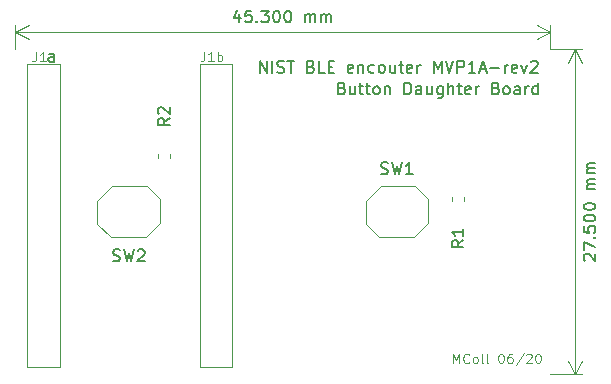
<source format=gbr>
G04 #@! TF.GenerationSoftware,KiCad,Pcbnew,(5.1.5)-3*
G04 #@! TF.CreationDate,2020-06-09T10:15:53-04:00*
G04 #@! TF.ProjectId,ble_mvp_1A-rev2-ButtonDaughter,626c655f-6d76-4705-9f31-412d72657632,rev?*
G04 #@! TF.SameCoordinates,Original*
G04 #@! TF.FileFunction,Legend,Top*
G04 #@! TF.FilePolarity,Positive*
%FSLAX46Y46*%
G04 Gerber Fmt 4.6, Leading zero omitted, Abs format (unit mm)*
G04 Created by KiCad (PCBNEW (5.1.5)-3) date 2020-06-09 10:15:53*
%MOMM*%
%LPD*%
G04 APERTURE LIST*
%ADD10C,0.150000*%
%ADD11C,0.120000*%
G04 APERTURE END LIST*
D10*
X152356036Y-79786171D02*
X152498893Y-79833790D01*
X152546512Y-79881409D01*
X152594131Y-79976647D01*
X152594131Y-80119504D01*
X152546512Y-80214742D01*
X152498893Y-80262361D01*
X152403655Y-80309980D01*
X152022702Y-80309980D01*
X152022702Y-79309980D01*
X152356036Y-79309980D01*
X152451274Y-79357600D01*
X152498893Y-79405219D01*
X152546512Y-79500457D01*
X152546512Y-79595695D01*
X152498893Y-79690933D01*
X152451274Y-79738552D01*
X152356036Y-79786171D01*
X152022702Y-79786171D01*
X153451274Y-79643314D02*
X153451274Y-80309980D01*
X153022702Y-79643314D02*
X153022702Y-80167123D01*
X153070321Y-80262361D01*
X153165560Y-80309980D01*
X153308417Y-80309980D01*
X153403655Y-80262361D01*
X153451274Y-80214742D01*
X153784607Y-79643314D02*
X154165560Y-79643314D01*
X153927464Y-79309980D02*
X153927464Y-80167123D01*
X153975083Y-80262361D01*
X154070321Y-80309980D01*
X154165560Y-80309980D01*
X154356036Y-79643314D02*
X154736988Y-79643314D01*
X154498893Y-79309980D02*
X154498893Y-80167123D01*
X154546512Y-80262361D01*
X154641750Y-80309980D01*
X154736988Y-80309980D01*
X155213179Y-80309980D02*
X155117940Y-80262361D01*
X155070321Y-80214742D01*
X155022702Y-80119504D01*
X155022702Y-79833790D01*
X155070321Y-79738552D01*
X155117940Y-79690933D01*
X155213179Y-79643314D01*
X155356036Y-79643314D01*
X155451274Y-79690933D01*
X155498893Y-79738552D01*
X155546512Y-79833790D01*
X155546512Y-80119504D01*
X155498893Y-80214742D01*
X155451274Y-80262361D01*
X155356036Y-80309980D01*
X155213179Y-80309980D01*
X155975083Y-79643314D02*
X155975083Y-80309980D01*
X155975083Y-79738552D02*
X156022702Y-79690933D01*
X156117940Y-79643314D01*
X156260798Y-79643314D01*
X156356036Y-79690933D01*
X156403655Y-79786171D01*
X156403655Y-80309980D01*
X157641750Y-80309980D02*
X157641750Y-79309980D01*
X157879845Y-79309980D01*
X158022702Y-79357600D01*
X158117940Y-79452838D01*
X158165560Y-79548076D01*
X158213179Y-79738552D01*
X158213179Y-79881409D01*
X158165560Y-80071885D01*
X158117940Y-80167123D01*
X158022702Y-80262361D01*
X157879845Y-80309980D01*
X157641750Y-80309980D01*
X159070321Y-80309980D02*
X159070321Y-79786171D01*
X159022702Y-79690933D01*
X158927464Y-79643314D01*
X158736988Y-79643314D01*
X158641750Y-79690933D01*
X159070321Y-80262361D02*
X158975083Y-80309980D01*
X158736988Y-80309980D01*
X158641750Y-80262361D01*
X158594131Y-80167123D01*
X158594131Y-80071885D01*
X158641750Y-79976647D01*
X158736988Y-79929028D01*
X158975083Y-79929028D01*
X159070321Y-79881409D01*
X159975083Y-79643314D02*
X159975083Y-80309980D01*
X159546512Y-79643314D02*
X159546512Y-80167123D01*
X159594131Y-80262361D01*
X159689369Y-80309980D01*
X159832226Y-80309980D01*
X159927464Y-80262361D01*
X159975083Y-80214742D01*
X160879845Y-79643314D02*
X160879845Y-80452838D01*
X160832226Y-80548076D01*
X160784607Y-80595695D01*
X160689369Y-80643314D01*
X160546512Y-80643314D01*
X160451274Y-80595695D01*
X160879845Y-80262361D02*
X160784607Y-80309980D01*
X160594131Y-80309980D01*
X160498893Y-80262361D01*
X160451274Y-80214742D01*
X160403655Y-80119504D01*
X160403655Y-79833790D01*
X160451274Y-79738552D01*
X160498893Y-79690933D01*
X160594131Y-79643314D01*
X160784607Y-79643314D01*
X160879845Y-79690933D01*
X161356036Y-80309980D02*
X161356036Y-79309980D01*
X161784607Y-80309980D02*
X161784607Y-79786171D01*
X161736988Y-79690933D01*
X161641750Y-79643314D01*
X161498893Y-79643314D01*
X161403655Y-79690933D01*
X161356036Y-79738552D01*
X162117940Y-79643314D02*
X162498893Y-79643314D01*
X162260798Y-79309980D02*
X162260798Y-80167123D01*
X162308417Y-80262361D01*
X162403655Y-80309980D01*
X162498893Y-80309980D01*
X163213179Y-80262361D02*
X163117940Y-80309980D01*
X162927464Y-80309980D01*
X162832226Y-80262361D01*
X162784607Y-80167123D01*
X162784607Y-79786171D01*
X162832226Y-79690933D01*
X162927464Y-79643314D01*
X163117940Y-79643314D01*
X163213179Y-79690933D01*
X163260798Y-79786171D01*
X163260798Y-79881409D01*
X162784607Y-79976647D01*
X163689369Y-80309980D02*
X163689369Y-79643314D01*
X163689369Y-79833790D02*
X163736988Y-79738552D01*
X163784607Y-79690933D01*
X163879845Y-79643314D01*
X163975083Y-79643314D01*
X165403655Y-79786171D02*
X165546512Y-79833790D01*
X165594131Y-79881409D01*
X165641750Y-79976647D01*
X165641750Y-80119504D01*
X165594131Y-80214742D01*
X165546512Y-80262361D01*
X165451274Y-80309980D01*
X165070321Y-80309980D01*
X165070321Y-79309980D01*
X165403655Y-79309980D01*
X165498893Y-79357600D01*
X165546512Y-79405219D01*
X165594131Y-79500457D01*
X165594131Y-79595695D01*
X165546512Y-79690933D01*
X165498893Y-79738552D01*
X165403655Y-79786171D01*
X165070321Y-79786171D01*
X166213179Y-80309980D02*
X166117940Y-80262361D01*
X166070321Y-80214742D01*
X166022702Y-80119504D01*
X166022702Y-79833790D01*
X166070321Y-79738552D01*
X166117940Y-79690933D01*
X166213179Y-79643314D01*
X166356036Y-79643314D01*
X166451274Y-79690933D01*
X166498893Y-79738552D01*
X166546512Y-79833790D01*
X166546512Y-80119504D01*
X166498893Y-80214742D01*
X166451274Y-80262361D01*
X166356036Y-80309980D01*
X166213179Y-80309980D01*
X167403655Y-80309980D02*
X167403655Y-79786171D01*
X167356036Y-79690933D01*
X167260798Y-79643314D01*
X167070321Y-79643314D01*
X166975083Y-79690933D01*
X167403655Y-80262361D02*
X167308417Y-80309980D01*
X167070321Y-80309980D01*
X166975083Y-80262361D01*
X166927464Y-80167123D01*
X166927464Y-80071885D01*
X166975083Y-79976647D01*
X167070321Y-79929028D01*
X167308417Y-79929028D01*
X167403655Y-79881409D01*
X167879845Y-80309980D02*
X167879845Y-79643314D01*
X167879845Y-79833790D02*
X167927464Y-79738552D01*
X167975083Y-79690933D01*
X168070321Y-79643314D01*
X168165560Y-79643314D01*
X168927464Y-80309980D02*
X168927464Y-79309980D01*
X168927464Y-80262361D02*
X168832226Y-80309980D01*
X168641750Y-80309980D01*
X168546512Y-80262361D01*
X168498893Y-80214742D01*
X168451274Y-80119504D01*
X168451274Y-79833790D01*
X168498893Y-79738552D01*
X168546512Y-79690933D01*
X168641750Y-79643314D01*
X168832226Y-79643314D01*
X168927464Y-79690933D01*
X172907699Y-94392857D02*
X172860080Y-94345238D01*
X172812460Y-94250000D01*
X172812460Y-94011904D01*
X172860080Y-93916666D01*
X172907699Y-93869047D01*
X173002937Y-93821428D01*
X173098175Y-93821428D01*
X173241032Y-93869047D01*
X173812460Y-94440476D01*
X173812460Y-93821428D01*
X172812460Y-93488095D02*
X172812460Y-92821428D01*
X173812460Y-93250000D01*
X173717222Y-92440476D02*
X173764841Y-92392857D01*
X173812460Y-92440476D01*
X173764841Y-92488095D01*
X173717222Y-92440476D01*
X173812460Y-92440476D01*
X172812460Y-91488095D02*
X172812460Y-91964285D01*
X173288651Y-92011904D01*
X173241032Y-91964285D01*
X173193413Y-91869047D01*
X173193413Y-91630952D01*
X173241032Y-91535714D01*
X173288651Y-91488095D01*
X173383889Y-91440476D01*
X173621984Y-91440476D01*
X173717222Y-91488095D01*
X173764841Y-91535714D01*
X173812460Y-91630952D01*
X173812460Y-91869047D01*
X173764841Y-91964285D01*
X173717222Y-92011904D01*
X172812460Y-90821428D02*
X172812460Y-90726190D01*
X172860080Y-90630952D01*
X172907699Y-90583333D01*
X173002937Y-90535714D01*
X173193413Y-90488095D01*
X173431508Y-90488095D01*
X173621984Y-90535714D01*
X173717222Y-90583333D01*
X173764841Y-90630952D01*
X173812460Y-90726190D01*
X173812460Y-90821428D01*
X173764841Y-90916666D01*
X173717222Y-90964285D01*
X173621984Y-91011904D01*
X173431508Y-91059523D01*
X173193413Y-91059523D01*
X173002937Y-91011904D01*
X172907699Y-90964285D01*
X172860080Y-90916666D01*
X172812460Y-90821428D01*
X172812460Y-89869047D02*
X172812460Y-89773809D01*
X172860080Y-89678571D01*
X172907699Y-89630952D01*
X173002937Y-89583333D01*
X173193413Y-89535714D01*
X173431508Y-89535714D01*
X173621984Y-89583333D01*
X173717222Y-89630952D01*
X173764841Y-89678571D01*
X173812460Y-89773809D01*
X173812460Y-89869047D01*
X173764841Y-89964285D01*
X173717222Y-90011904D01*
X173621984Y-90059523D01*
X173431508Y-90107142D01*
X173193413Y-90107142D01*
X173002937Y-90059523D01*
X172907699Y-90011904D01*
X172860080Y-89964285D01*
X172812460Y-89869047D01*
X173812460Y-88345238D02*
X173145794Y-88345238D01*
X173241032Y-88345238D02*
X173193413Y-88297619D01*
X173145794Y-88202380D01*
X173145794Y-88059523D01*
X173193413Y-87964285D01*
X173288651Y-87916666D01*
X173812460Y-87916666D01*
X173288651Y-87916666D02*
X173193413Y-87869047D01*
X173145794Y-87773809D01*
X173145794Y-87630952D01*
X173193413Y-87535714D01*
X173288651Y-87488095D01*
X173812460Y-87488095D01*
X173812460Y-87011904D02*
X173145794Y-87011904D01*
X173241032Y-87011904D02*
X173193413Y-86964285D01*
X173145794Y-86869047D01*
X173145794Y-86726190D01*
X173193413Y-86630952D01*
X173288651Y-86583333D01*
X173812460Y-86583333D01*
X173288651Y-86583333D02*
X173193413Y-86535714D01*
X173145794Y-86440476D01*
X173145794Y-86297619D01*
X173193413Y-86202380D01*
X173288651Y-86154761D01*
X173812460Y-86154761D01*
D11*
X172090080Y-104000000D02*
X172090080Y-76500000D01*
X170000000Y-104000000D02*
X172676501Y-104000000D01*
X170000000Y-76500000D02*
X172676501Y-76500000D01*
X172090080Y-76500000D02*
X172676501Y-77626504D01*
X172090080Y-76500000D02*
X171503659Y-77626504D01*
X172090080Y-104000000D02*
X172676501Y-102873496D01*
X172090080Y-104000000D02*
X171503659Y-102873496D01*
D10*
X143683333Y-73547315D02*
X143683333Y-74213981D01*
X143445238Y-73166362D02*
X143207142Y-73880648D01*
X143826190Y-73880648D01*
X144683333Y-73213981D02*
X144207142Y-73213981D01*
X144159523Y-73690172D01*
X144207142Y-73642553D01*
X144302380Y-73594934D01*
X144540476Y-73594934D01*
X144635714Y-73642553D01*
X144683333Y-73690172D01*
X144730952Y-73785410D01*
X144730952Y-74023505D01*
X144683333Y-74118743D01*
X144635714Y-74166362D01*
X144540476Y-74213981D01*
X144302380Y-74213981D01*
X144207142Y-74166362D01*
X144159523Y-74118743D01*
X145159523Y-74118743D02*
X145207142Y-74166362D01*
X145159523Y-74213981D01*
X145111904Y-74166362D01*
X145159523Y-74118743D01*
X145159523Y-74213981D01*
X145540476Y-73213981D02*
X146159523Y-73213981D01*
X145826190Y-73594934D01*
X145969047Y-73594934D01*
X146064285Y-73642553D01*
X146111904Y-73690172D01*
X146159523Y-73785410D01*
X146159523Y-74023505D01*
X146111904Y-74118743D01*
X146064285Y-74166362D01*
X145969047Y-74213981D01*
X145683333Y-74213981D01*
X145588095Y-74166362D01*
X145540476Y-74118743D01*
X146778571Y-73213981D02*
X146873809Y-73213981D01*
X146969047Y-73261601D01*
X147016666Y-73309220D01*
X147064285Y-73404458D01*
X147111904Y-73594934D01*
X147111904Y-73833029D01*
X147064285Y-74023505D01*
X147016666Y-74118743D01*
X146969047Y-74166362D01*
X146873809Y-74213981D01*
X146778571Y-74213981D01*
X146683333Y-74166362D01*
X146635714Y-74118743D01*
X146588095Y-74023505D01*
X146540476Y-73833029D01*
X146540476Y-73594934D01*
X146588095Y-73404458D01*
X146635714Y-73309220D01*
X146683333Y-73261601D01*
X146778571Y-73213981D01*
X147730952Y-73213981D02*
X147826190Y-73213981D01*
X147921428Y-73261601D01*
X147969047Y-73309220D01*
X148016666Y-73404458D01*
X148064285Y-73594934D01*
X148064285Y-73833029D01*
X148016666Y-74023505D01*
X147969047Y-74118743D01*
X147921428Y-74166362D01*
X147826190Y-74213981D01*
X147730952Y-74213981D01*
X147635714Y-74166362D01*
X147588095Y-74118743D01*
X147540476Y-74023505D01*
X147492857Y-73833029D01*
X147492857Y-73594934D01*
X147540476Y-73404458D01*
X147588095Y-73309220D01*
X147635714Y-73261601D01*
X147730952Y-73213981D01*
X149254761Y-74213981D02*
X149254761Y-73547315D01*
X149254761Y-73642553D02*
X149302380Y-73594934D01*
X149397619Y-73547315D01*
X149540476Y-73547315D01*
X149635714Y-73594934D01*
X149683333Y-73690172D01*
X149683333Y-74213981D01*
X149683333Y-73690172D02*
X149730952Y-73594934D01*
X149826190Y-73547315D01*
X149969047Y-73547315D01*
X150064285Y-73594934D01*
X150111904Y-73690172D01*
X150111904Y-74213981D01*
X150588095Y-74213981D02*
X150588095Y-73547315D01*
X150588095Y-73642553D02*
X150635714Y-73594934D01*
X150730952Y-73547315D01*
X150873809Y-73547315D01*
X150969047Y-73594934D01*
X151016666Y-73690172D01*
X151016666Y-74213981D01*
X151016666Y-73690172D02*
X151064285Y-73594934D01*
X151159523Y-73547315D01*
X151302380Y-73547315D01*
X151397619Y-73594934D01*
X151445238Y-73690172D01*
X151445238Y-74213981D01*
D11*
X170000000Y-75031601D02*
X124700000Y-75031601D01*
X170000000Y-76500000D02*
X170000000Y-74445180D01*
X124700000Y-76500000D02*
X124700000Y-74445180D01*
X124700000Y-75031601D02*
X125826504Y-74445180D01*
X124700000Y-75031601D02*
X125826504Y-75618022D01*
X170000000Y-75031601D02*
X168873496Y-74445180D01*
X170000000Y-75031601D02*
X168873496Y-75618022D01*
X140709728Y-76701704D02*
X140709728Y-77273133D01*
X140671633Y-77387419D01*
X140595442Y-77463609D01*
X140481157Y-77501704D01*
X140404966Y-77501704D01*
X141509728Y-77501704D02*
X141052585Y-77501704D01*
X141281157Y-77501704D02*
X141281157Y-76701704D01*
X141204966Y-76815990D01*
X141128776Y-76892180D01*
X141052585Y-76930276D01*
X141852585Y-77501704D02*
X141852585Y-76701704D01*
X141852585Y-77006466D02*
X141928776Y-76968371D01*
X142081157Y-76968371D01*
X142157347Y-77006466D01*
X142195442Y-77044561D01*
X142233538Y-77120752D01*
X142233538Y-77349323D01*
X142195442Y-77425514D01*
X142157347Y-77463609D01*
X142081157Y-77501704D01*
X141928776Y-77501704D01*
X141852585Y-77463609D01*
D10*
X127961045Y-77536300D02*
X127961045Y-77012491D01*
X127913426Y-76917253D01*
X127818188Y-76869634D01*
X127627712Y-76869634D01*
X127532474Y-76917253D01*
X127961045Y-77488681D02*
X127865807Y-77536300D01*
X127627712Y-77536300D01*
X127532474Y-77488681D01*
X127484855Y-77393443D01*
X127484855Y-77298205D01*
X127532474Y-77202967D01*
X127627712Y-77155348D01*
X127865807Y-77155348D01*
X127961045Y-77107729D01*
D11*
X161760361Y-103069344D02*
X161760361Y-102269344D01*
X162027028Y-102840773D01*
X162293695Y-102269344D01*
X162293695Y-103069344D01*
X163131790Y-102993154D02*
X163093695Y-103031249D01*
X162979409Y-103069344D01*
X162903219Y-103069344D01*
X162788933Y-103031249D01*
X162712742Y-102955059D01*
X162674647Y-102878868D01*
X162636552Y-102726487D01*
X162636552Y-102612201D01*
X162674647Y-102459820D01*
X162712742Y-102383630D01*
X162788933Y-102307440D01*
X162903219Y-102269344D01*
X162979409Y-102269344D01*
X163093695Y-102307440D01*
X163131790Y-102345535D01*
X163588933Y-103069344D02*
X163512742Y-103031249D01*
X163474647Y-102993154D01*
X163436552Y-102916963D01*
X163436552Y-102688392D01*
X163474647Y-102612201D01*
X163512742Y-102574106D01*
X163588933Y-102536011D01*
X163703219Y-102536011D01*
X163779409Y-102574106D01*
X163817504Y-102612201D01*
X163855600Y-102688392D01*
X163855600Y-102916963D01*
X163817504Y-102993154D01*
X163779409Y-103031249D01*
X163703219Y-103069344D01*
X163588933Y-103069344D01*
X164312742Y-103069344D02*
X164236552Y-103031249D01*
X164198457Y-102955059D01*
X164198457Y-102269344D01*
X164731790Y-103069344D02*
X164655600Y-103031249D01*
X164617504Y-102955059D01*
X164617504Y-102269344D01*
X165798457Y-102269344D02*
X165874647Y-102269344D01*
X165950838Y-102307440D01*
X165988933Y-102345535D01*
X166027028Y-102421725D01*
X166065123Y-102574106D01*
X166065123Y-102764582D01*
X166027028Y-102916963D01*
X165988933Y-102993154D01*
X165950838Y-103031249D01*
X165874647Y-103069344D01*
X165798457Y-103069344D01*
X165722266Y-103031249D01*
X165684171Y-102993154D01*
X165646076Y-102916963D01*
X165607980Y-102764582D01*
X165607980Y-102574106D01*
X165646076Y-102421725D01*
X165684171Y-102345535D01*
X165722266Y-102307440D01*
X165798457Y-102269344D01*
X166750838Y-102269344D02*
X166598457Y-102269344D01*
X166522266Y-102307440D01*
X166484171Y-102345535D01*
X166407980Y-102459820D01*
X166369885Y-102612201D01*
X166369885Y-102916963D01*
X166407980Y-102993154D01*
X166446076Y-103031249D01*
X166522266Y-103069344D01*
X166674647Y-103069344D01*
X166750838Y-103031249D01*
X166788933Y-102993154D01*
X166827028Y-102916963D01*
X166827028Y-102726487D01*
X166788933Y-102650297D01*
X166750838Y-102612201D01*
X166674647Y-102574106D01*
X166522266Y-102574106D01*
X166446076Y-102612201D01*
X166407980Y-102650297D01*
X166369885Y-102726487D01*
X167741314Y-102231249D02*
X167055600Y-103259820D01*
X167969885Y-102345535D02*
X168007980Y-102307440D01*
X168084171Y-102269344D01*
X168274647Y-102269344D01*
X168350838Y-102307440D01*
X168388933Y-102345535D01*
X168427028Y-102421725D01*
X168427028Y-102497916D01*
X168388933Y-102612201D01*
X167931790Y-103069344D01*
X168427028Y-103069344D01*
X168922266Y-102269344D02*
X168998457Y-102269344D01*
X169074647Y-102307440D01*
X169112742Y-102345535D01*
X169150838Y-102421725D01*
X169188933Y-102574106D01*
X169188933Y-102764582D01*
X169150838Y-102916963D01*
X169112742Y-102993154D01*
X169074647Y-103031249D01*
X168998457Y-103069344D01*
X168922266Y-103069344D01*
X168846076Y-103031249D01*
X168807980Y-102993154D01*
X168769885Y-102916963D01*
X168731790Y-102764582D01*
X168731790Y-102574106D01*
X168769885Y-102421725D01*
X168807980Y-102345535D01*
X168846076Y-102307440D01*
X168922266Y-102269344D01*
D10*
X145413174Y-78481180D02*
X145413174Y-77481180D01*
X145984602Y-78481180D01*
X145984602Y-77481180D01*
X146460793Y-78481180D02*
X146460793Y-77481180D01*
X146889364Y-78433561D02*
X147032221Y-78481180D01*
X147270317Y-78481180D01*
X147365555Y-78433561D01*
X147413174Y-78385942D01*
X147460793Y-78290704D01*
X147460793Y-78195466D01*
X147413174Y-78100228D01*
X147365555Y-78052609D01*
X147270317Y-78004990D01*
X147079840Y-77957371D01*
X146984602Y-77909752D01*
X146936983Y-77862133D01*
X146889364Y-77766895D01*
X146889364Y-77671657D01*
X146936983Y-77576419D01*
X146984602Y-77528800D01*
X147079840Y-77481180D01*
X147317936Y-77481180D01*
X147460793Y-77528800D01*
X147746507Y-77481180D02*
X148317936Y-77481180D01*
X148032221Y-78481180D02*
X148032221Y-77481180D01*
X149746507Y-77957371D02*
X149889364Y-78004990D01*
X149936983Y-78052609D01*
X149984602Y-78147847D01*
X149984602Y-78290704D01*
X149936983Y-78385942D01*
X149889364Y-78433561D01*
X149794126Y-78481180D01*
X149413174Y-78481180D01*
X149413174Y-77481180D01*
X149746507Y-77481180D01*
X149841745Y-77528800D01*
X149889364Y-77576419D01*
X149936983Y-77671657D01*
X149936983Y-77766895D01*
X149889364Y-77862133D01*
X149841745Y-77909752D01*
X149746507Y-77957371D01*
X149413174Y-77957371D01*
X150889364Y-78481180D02*
X150413174Y-78481180D01*
X150413174Y-77481180D01*
X151222698Y-77957371D02*
X151556031Y-77957371D01*
X151698888Y-78481180D02*
X151222698Y-78481180D01*
X151222698Y-77481180D01*
X151698888Y-77481180D01*
X153270317Y-78433561D02*
X153175079Y-78481180D01*
X152984602Y-78481180D01*
X152889364Y-78433561D01*
X152841745Y-78338323D01*
X152841745Y-77957371D01*
X152889364Y-77862133D01*
X152984602Y-77814514D01*
X153175079Y-77814514D01*
X153270317Y-77862133D01*
X153317936Y-77957371D01*
X153317936Y-78052609D01*
X152841745Y-78147847D01*
X153746507Y-77814514D02*
X153746507Y-78481180D01*
X153746507Y-77909752D02*
X153794126Y-77862133D01*
X153889364Y-77814514D01*
X154032221Y-77814514D01*
X154127460Y-77862133D01*
X154175079Y-77957371D01*
X154175079Y-78481180D01*
X155079840Y-78433561D02*
X154984602Y-78481180D01*
X154794126Y-78481180D01*
X154698888Y-78433561D01*
X154651269Y-78385942D01*
X154603650Y-78290704D01*
X154603650Y-78004990D01*
X154651269Y-77909752D01*
X154698888Y-77862133D01*
X154794126Y-77814514D01*
X154984602Y-77814514D01*
X155079840Y-77862133D01*
X155651269Y-78481180D02*
X155556031Y-78433561D01*
X155508412Y-78385942D01*
X155460793Y-78290704D01*
X155460793Y-78004990D01*
X155508412Y-77909752D01*
X155556031Y-77862133D01*
X155651269Y-77814514D01*
X155794126Y-77814514D01*
X155889364Y-77862133D01*
X155936983Y-77909752D01*
X155984602Y-78004990D01*
X155984602Y-78290704D01*
X155936983Y-78385942D01*
X155889364Y-78433561D01*
X155794126Y-78481180D01*
X155651269Y-78481180D01*
X156841745Y-77814514D02*
X156841745Y-78481180D01*
X156413174Y-77814514D02*
X156413174Y-78338323D01*
X156460793Y-78433561D01*
X156556031Y-78481180D01*
X156698888Y-78481180D01*
X156794126Y-78433561D01*
X156841745Y-78385942D01*
X157175079Y-77814514D02*
X157556031Y-77814514D01*
X157317936Y-77481180D02*
X157317936Y-78338323D01*
X157365555Y-78433561D01*
X157460793Y-78481180D01*
X157556031Y-78481180D01*
X158270317Y-78433561D02*
X158175079Y-78481180D01*
X157984602Y-78481180D01*
X157889364Y-78433561D01*
X157841745Y-78338323D01*
X157841745Y-77957371D01*
X157889364Y-77862133D01*
X157984602Y-77814514D01*
X158175079Y-77814514D01*
X158270317Y-77862133D01*
X158317936Y-77957371D01*
X158317936Y-78052609D01*
X157841745Y-78147847D01*
X158746507Y-78481180D02*
X158746507Y-77814514D01*
X158746507Y-78004990D02*
X158794126Y-77909752D01*
X158841745Y-77862133D01*
X158936983Y-77814514D01*
X159032221Y-77814514D01*
X160127460Y-78481180D02*
X160127460Y-77481180D01*
X160460793Y-78195466D01*
X160794126Y-77481180D01*
X160794126Y-78481180D01*
X161127460Y-77481180D02*
X161460793Y-78481180D01*
X161794126Y-77481180D01*
X162127460Y-78481180D02*
X162127460Y-77481180D01*
X162508412Y-77481180D01*
X162603650Y-77528800D01*
X162651269Y-77576419D01*
X162698888Y-77671657D01*
X162698888Y-77814514D01*
X162651269Y-77909752D01*
X162603650Y-77957371D01*
X162508412Y-78004990D01*
X162127460Y-78004990D01*
X163651269Y-78481180D02*
X163079840Y-78481180D01*
X163365555Y-78481180D02*
X163365555Y-77481180D01*
X163270317Y-77624038D01*
X163175079Y-77719276D01*
X163079840Y-77766895D01*
X164032221Y-78195466D02*
X164508412Y-78195466D01*
X163936983Y-78481180D02*
X164270317Y-77481180D01*
X164603650Y-78481180D01*
X164936983Y-78100228D02*
X165698888Y-78100228D01*
X166175079Y-78481180D02*
X166175079Y-77814514D01*
X166175079Y-78004990D02*
X166222698Y-77909752D01*
X166270317Y-77862133D01*
X166365555Y-77814514D01*
X166460793Y-77814514D01*
X167175079Y-78433561D02*
X167079840Y-78481180D01*
X166889364Y-78481180D01*
X166794126Y-78433561D01*
X166746507Y-78338323D01*
X166746507Y-77957371D01*
X166794126Y-77862133D01*
X166889364Y-77814514D01*
X167079840Y-77814514D01*
X167175079Y-77862133D01*
X167222698Y-77957371D01*
X167222698Y-78052609D01*
X166746507Y-78147847D01*
X167556031Y-77814514D02*
X167794126Y-78481180D01*
X168032221Y-77814514D01*
X168365555Y-77576419D02*
X168413174Y-77528800D01*
X168508412Y-77481180D01*
X168746507Y-77481180D01*
X168841745Y-77528800D01*
X168889364Y-77576419D01*
X168936983Y-77671657D01*
X168936983Y-77766895D01*
X168889364Y-77909752D01*
X168317936Y-78481180D01*
X168936983Y-78481180D01*
D11*
X135706800Y-88070000D02*
X135826800Y-88070000D01*
X136966800Y-89210000D02*
X135846800Y-88090000D01*
X136966800Y-91230000D02*
X136966800Y-89210000D01*
X135766800Y-92430000D02*
X136966800Y-91230000D01*
X132796800Y-92430000D02*
X135766800Y-92430000D01*
X131656800Y-91290000D02*
X132796800Y-92430000D01*
X131656800Y-89340000D02*
X131656800Y-91290000D01*
X132926800Y-88070000D02*
X131656800Y-89340000D01*
X135706800Y-88070000D02*
X132926800Y-88070000D01*
X158410000Y-88070000D02*
X158530000Y-88070000D01*
X159670000Y-89210000D02*
X158550000Y-88090000D01*
X159670000Y-91230000D02*
X159670000Y-89210000D01*
X158470000Y-92430000D02*
X159670000Y-91230000D01*
X155500000Y-92430000D02*
X158470000Y-92430000D01*
X154360000Y-91290000D02*
X155500000Y-92430000D01*
X154360000Y-89340000D02*
X154360000Y-91290000D01*
X155630000Y-88070000D02*
X154360000Y-89340000D01*
X158410000Y-88070000D02*
X155630000Y-88070000D01*
X137784300Y-85705979D02*
X137784300Y-85380421D01*
X136764300Y-85705979D02*
X136764300Y-85380421D01*
X161694400Y-89004021D02*
X161694400Y-89329579D01*
X162714400Y-89004021D02*
X162714400Y-89329579D01*
X143076800Y-77763700D02*
X140336800Y-77763700D01*
X143076800Y-103363700D02*
X143076800Y-77763700D01*
X140336800Y-103363700D02*
X143076800Y-103363700D01*
X140336800Y-77763700D02*
X140336800Y-103363700D01*
X128466800Y-77763700D02*
X125726800Y-77763700D01*
X128466800Y-103363700D02*
X128466800Y-77763700D01*
X125726800Y-103363700D02*
X128466800Y-103363700D01*
X125726800Y-77763700D02*
X125726800Y-103363700D01*
D10*
X132983166Y-94396361D02*
X133126023Y-94443980D01*
X133364119Y-94443980D01*
X133459357Y-94396361D01*
X133506976Y-94348742D01*
X133554595Y-94253504D01*
X133554595Y-94158266D01*
X133506976Y-94063028D01*
X133459357Y-94015409D01*
X133364119Y-93967790D01*
X133173642Y-93920171D01*
X133078404Y-93872552D01*
X133030785Y-93824933D01*
X132983166Y-93729695D01*
X132983166Y-93634457D01*
X133030785Y-93539219D01*
X133078404Y-93491600D01*
X133173642Y-93443980D01*
X133411738Y-93443980D01*
X133554595Y-93491600D01*
X133887928Y-93443980D02*
X134126023Y-94443980D01*
X134316500Y-93729695D01*
X134506976Y-94443980D01*
X134745071Y-93443980D01*
X135078404Y-93539219D02*
X135126023Y-93491600D01*
X135221261Y-93443980D01*
X135459357Y-93443980D01*
X135554595Y-93491600D01*
X135602214Y-93539219D01*
X135649833Y-93634457D01*
X135649833Y-93729695D01*
X135602214Y-93872552D01*
X135030785Y-94443980D01*
X135649833Y-94443980D01*
X155666666Y-87018461D02*
X155809523Y-87066080D01*
X156047619Y-87066080D01*
X156142857Y-87018461D01*
X156190476Y-86970842D01*
X156238095Y-86875604D01*
X156238095Y-86780366D01*
X156190476Y-86685128D01*
X156142857Y-86637509D01*
X156047619Y-86589890D01*
X155857142Y-86542271D01*
X155761904Y-86494652D01*
X155714285Y-86447033D01*
X155666666Y-86351795D01*
X155666666Y-86256557D01*
X155714285Y-86161319D01*
X155761904Y-86113700D01*
X155857142Y-86066080D01*
X156095238Y-86066080D01*
X156238095Y-86113700D01*
X156571428Y-86066080D02*
X156809523Y-87066080D01*
X157000000Y-86351795D01*
X157190476Y-87066080D01*
X157428571Y-86066080D01*
X158333333Y-87066080D02*
X157761904Y-87066080D01*
X158047619Y-87066080D02*
X158047619Y-86066080D01*
X157952380Y-86208938D01*
X157857142Y-86304176D01*
X157761904Y-86351795D01*
X137777480Y-82344366D02*
X137301290Y-82677700D01*
X137777480Y-82915795D02*
X136777480Y-82915795D01*
X136777480Y-82534842D01*
X136825100Y-82439604D01*
X136872719Y-82391985D01*
X136967957Y-82344366D01*
X137110814Y-82344366D01*
X137206052Y-82391985D01*
X137253671Y-82439604D01*
X137301290Y-82534842D01*
X137301290Y-82915795D01*
X136872719Y-81963414D02*
X136825100Y-81915795D01*
X136777480Y-81820557D01*
X136777480Y-81582461D01*
X136825100Y-81487223D01*
X136872719Y-81439604D01*
X136967957Y-81391985D01*
X137063195Y-81391985D01*
X137206052Y-81439604D01*
X137777480Y-82011033D01*
X137777480Y-81391985D01*
X162644080Y-92648066D02*
X162167890Y-92981400D01*
X162644080Y-93219495D02*
X161644080Y-93219495D01*
X161644080Y-92838542D01*
X161691700Y-92743304D01*
X161739319Y-92695685D01*
X161834557Y-92648066D01*
X161977414Y-92648066D01*
X162072652Y-92695685D01*
X162120271Y-92743304D01*
X162167890Y-92838542D01*
X162167890Y-93219495D01*
X162644080Y-91695685D02*
X162644080Y-92267114D01*
X162644080Y-91981400D02*
X161644080Y-91981400D01*
X161786938Y-92076638D01*
X161882176Y-92171876D01*
X161929795Y-92267114D01*
D11*
X126464093Y-76711864D02*
X126464093Y-77283293D01*
X126425998Y-77397579D01*
X126349807Y-77473769D01*
X126235521Y-77511864D01*
X126159331Y-77511864D01*
X127264093Y-77511864D02*
X126806950Y-77511864D01*
X127035521Y-77511864D02*
X127035521Y-76711864D01*
X126959331Y-76826150D01*
X126883140Y-76902340D01*
X126806950Y-76940436D01*
M02*

</source>
